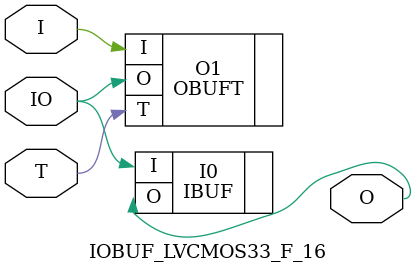
<source format=v>


`timescale  1 ps / 1 ps


module IOBUF_LVCMOS33_F_16 (O, IO, I, T);

    output O;

    inout  IO;

    input  I, T;

        OBUFT #(.IOSTANDARD("LVCMOS33"), .SLEW("FAST"), .DRIVE(16)) O1 (.O(IO), .I(I), .T(T)); 
	IBUF #(.IOSTANDARD("LVCMOS33"))  I0 (.O(O), .I(IO));
        

endmodule



</source>
